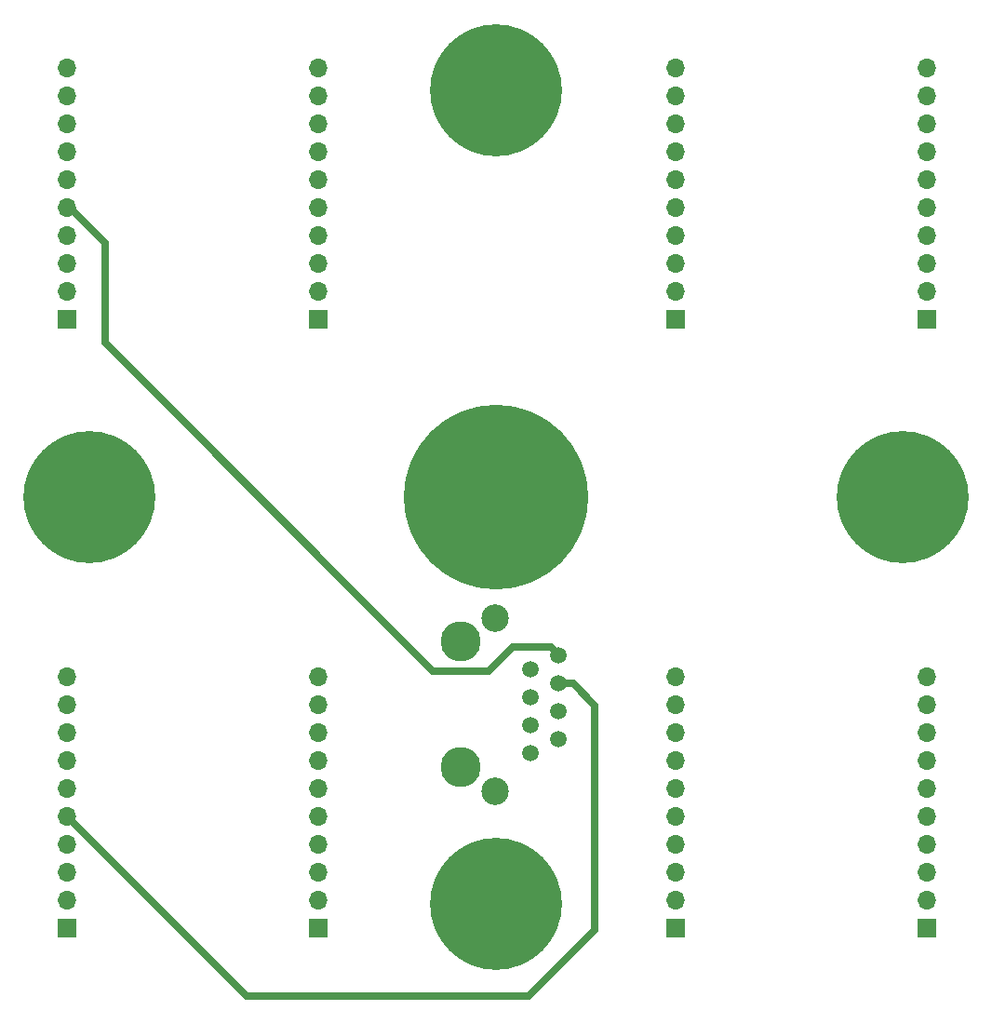
<source format=gbr>
%TF.GenerationSoftware,KiCad,Pcbnew,9.0.1-9.0.1-0~ubuntu24.04.1*%
%TF.CreationDate,2025-06-12T19:46:07-04:00*%
%TF.ProjectId,DarkQuest_SiPM_Motherboard,4461726b-5175-4657-9374-5f5369504d5f,11*%
%TF.SameCoordinates,Original*%
%TF.FileFunction,Copper,L1,Top*%
%TF.FilePolarity,Positive*%
%FSLAX46Y46*%
G04 Gerber Fmt 4.6, Leading zero omitted, Abs format (unit mm)*
G04 Created by KiCad (PCBNEW 9.0.1-9.0.1-0~ubuntu24.04.1) date 2025-06-12 19:46:07*
%MOMM*%
%LPD*%
G01*
G04 APERTURE LIST*
%TA.AperFunction,ComponentPad*%
%ADD10C,16.800000*%
%TD*%
%TA.AperFunction,ComponentPad*%
%ADD11C,12.000000*%
%TD*%
%TA.AperFunction,ComponentPad*%
%ADD12R,1.700000X1.700000*%
%TD*%
%TA.AperFunction,ComponentPad*%
%ADD13O,1.700000X1.700000*%
%TD*%
%TA.AperFunction,WasherPad*%
%ADD14C,3.650000*%
%TD*%
%TA.AperFunction,ComponentPad*%
%ADD15C,1.500000*%
%TD*%
%TA.AperFunction,ComponentPad*%
%ADD16C,2.500000*%
%TD*%
%TA.AperFunction,Conductor*%
%ADD17C,0.635000*%
%TD*%
G04 APERTURE END LIST*
D10*
%TO.P,H2,1*%
%TO.N,N/C*%
X100000000Y-100000000D03*
%TD*%
D11*
%TO.P,H3,1*%
%TO.N,N/C*%
X100000000Y-137000000D03*
%TD*%
%TO.P,H4,1*%
%TO.N,N/C*%
X137000000Y-100000000D03*
%TD*%
%TO.P,H5,1*%
%TO.N,N/C*%
X63000000Y-100000000D03*
%TD*%
%TO.P,H1,1*%
%TO.N,N/C*%
X100000000Y-63000000D03*
%TD*%
D12*
%TO.P,J3,*%
%TO.N,*%
X83774000Y-139192000D03*
D13*
X83774000Y-136652000D03*
X83774000Y-134112000D03*
X83774000Y-131572000D03*
X83774000Y-126492000D03*
X83774000Y-123952000D03*
X83774000Y-121412000D03*
X83774000Y-118872000D03*
X83774000Y-116332000D03*
D12*
X60914000Y-139192000D03*
D13*
X60914000Y-136652000D03*
X60914000Y-134112000D03*
X60914000Y-131572000D03*
X60914000Y-126492000D03*
X60914000Y-121412000D03*
X60914000Y-118872000D03*
X60914000Y-116332000D03*
%TO.P,J3,1,Anode*%
%TO.N,/A1*%
X60914000Y-129032000D03*
%TO.P,J3,2,GND*%
%TO.N,GND*%
X60914000Y-123952000D03*
%TO.P,J3,3,Cathode*%
%TO.N,/K1*%
X83774000Y-129032000D03*
%TD*%
D12*
%TO.P,J2,*%
%TO.N,*%
X139146000Y-139192000D03*
D13*
X139146000Y-136652000D03*
X139146000Y-134112000D03*
X139146000Y-131572000D03*
X139146000Y-126492000D03*
X139146000Y-123952000D03*
X139146000Y-121412000D03*
X139146000Y-118872000D03*
X139146000Y-116332000D03*
D12*
X116286000Y-139192000D03*
D13*
X116286000Y-136652000D03*
X116286000Y-134112000D03*
X116286000Y-131572000D03*
X116286000Y-126492000D03*
X116286000Y-121412000D03*
X116286000Y-118872000D03*
X116286000Y-116332000D03*
%TO.P,J2,1,Anode*%
%TO.N,/A0*%
X116286000Y-129032000D03*
%TO.P,J2,2,GND*%
%TO.N,GND*%
X116286000Y-123952000D03*
%TO.P,J2,3,Cathode*%
%TO.N,/K0*%
X139146000Y-129032000D03*
%TD*%
D12*
%TO.P,J4,*%
%TO.N,*%
X139146000Y-83820000D03*
D13*
X139146000Y-81280000D03*
X139146000Y-78740000D03*
X139146000Y-76200000D03*
X139146000Y-71120000D03*
X139146000Y-68580000D03*
X139146000Y-66040000D03*
X139146000Y-63500000D03*
X139146000Y-60960000D03*
D12*
X116286000Y-83820000D03*
D13*
X116286000Y-81280000D03*
X116286000Y-78740000D03*
X116286000Y-76200000D03*
X116286000Y-71120000D03*
X116286000Y-66040000D03*
X116286000Y-63500000D03*
X116286000Y-60960000D03*
%TO.P,J4,1,Anode*%
%TO.N,/A2*%
X116286000Y-73660000D03*
%TO.P,J4,2,GND*%
%TO.N,GND*%
X116286000Y-68580000D03*
%TO.P,J4,3,Cathode*%
%TO.N,/K2*%
X139146000Y-73660000D03*
%TD*%
D12*
%TO.P,J5,*%
%TO.N,*%
X83774000Y-83820000D03*
D13*
X83774000Y-81280000D03*
X83774000Y-78740000D03*
X83774000Y-76200000D03*
X83774000Y-71120000D03*
X83774000Y-68580000D03*
X83774000Y-66040000D03*
X83774000Y-63500000D03*
X83774000Y-60960000D03*
D12*
X60914000Y-83820000D03*
D13*
X60914000Y-81280000D03*
X60914000Y-78740000D03*
X60914000Y-76200000D03*
X60914000Y-71120000D03*
X60914000Y-66040000D03*
X60914000Y-63500000D03*
X60914000Y-60960000D03*
%TO.P,J5,1,Anode*%
%TO.N,/A3*%
X60914000Y-73660000D03*
%TO.P,J5,2,GND*%
%TO.N,GND*%
X60914000Y-68580000D03*
%TO.P,J5,3,Cathode*%
%TO.N,/K3*%
X83774000Y-73660000D03*
%TD*%
D14*
%TO.P,J1,*%
%TO.N,*%
X96800000Y-124590000D03*
X96800000Y-113160000D03*
D15*
%TO.P,J1,1*%
%TO.N,/K0*%
X103150000Y-123320000D03*
%TO.P,J1,2*%
%TO.N,/A0*%
X105690000Y-122050000D03*
%TO.P,J1,3*%
%TO.N,/K1*%
X103150000Y-120780000D03*
%TO.P,J1,4*%
%TO.N,/A2*%
X105690000Y-119510000D03*
%TO.P,J1,5*%
%TO.N,/K2*%
X103150000Y-118240000D03*
%TO.P,J1,6*%
%TO.N,/A1*%
X105690000Y-116970000D03*
%TO.P,J1,7*%
%TO.N,/K3*%
X103150000Y-115700000D03*
%TO.P,J1,8*%
%TO.N,/A3*%
X105690000Y-114430000D03*
D16*
%TO.P,J1,SH*%
%TO.N,GND*%
X99850000Y-126750000D03*
X99850000Y-111000000D03*
%TD*%
D17*
%TO.N,/A3*%
X104950400Y-113690400D02*
X105690000Y-114430000D01*
X64389000Y-76885800D02*
X64389000Y-85953600D01*
X101473000Y-113690400D02*
X104950400Y-113690400D01*
X61163200Y-73660000D02*
X64389000Y-76885800D01*
X94259400Y-115824000D02*
X99339400Y-115824000D01*
X99339400Y-115824000D02*
X101473000Y-113690400D01*
X64389000Y-85953600D02*
X94259400Y-115824000D01*
X60914000Y-73660000D02*
X61163200Y-73660000D01*
%TO.N,/A1*%
X108991400Y-118999000D02*
X106962400Y-116970000D01*
X108991400Y-139369800D02*
X108991400Y-118999000D01*
X106962400Y-116970000D02*
X105690000Y-116970000D01*
X102946200Y-145415000D02*
X108991400Y-139369800D01*
X60914000Y-129032000D02*
X77297000Y-145415000D01*
X77297000Y-145415000D02*
X102946200Y-145415000D01*
%TD*%
M02*

</source>
